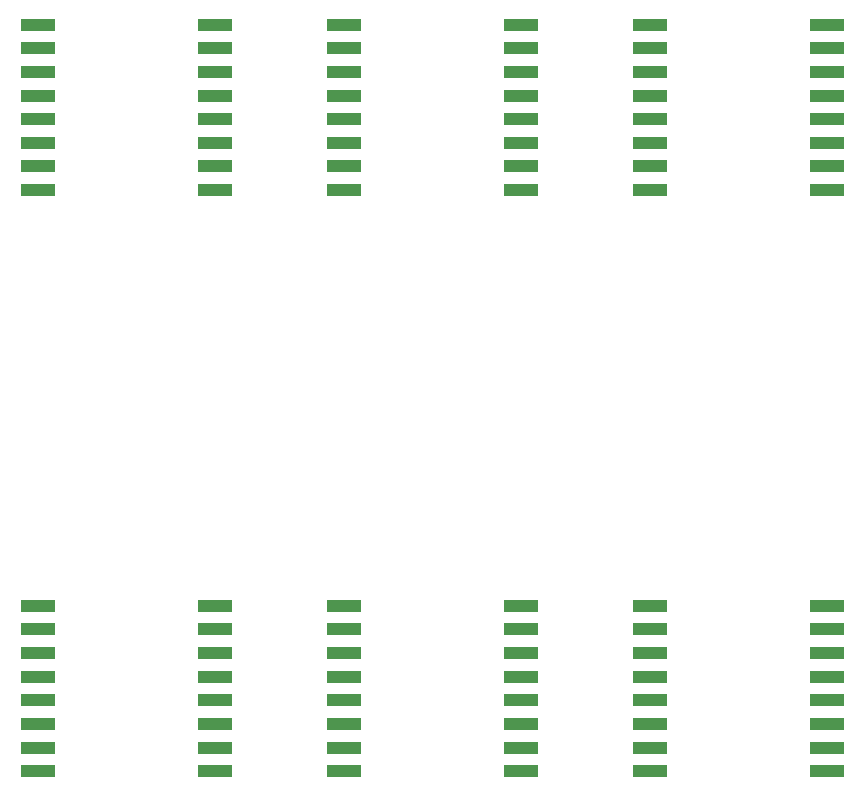
<source format=gbp>
G75*
%MOIN*%
%OFA0B0*%
%FSLAX25Y25*%
%IPPOS*%
%LPD*%
%AMOC8*
5,1,8,0,0,1.08239X$1,22.5*
%
%ADD10R,0.11811X0.03937*%
D10*
X0048894Y0131191D03*
X0048894Y0139065D03*
X0048894Y0146939D03*
X0048894Y0154813D03*
X0048894Y0162687D03*
X0048894Y0170561D03*
X0048894Y0178435D03*
X0048894Y0186309D03*
X0107949Y0186309D03*
X0107949Y0178435D03*
X0107949Y0170561D03*
X0107949Y0162687D03*
X0107949Y0154813D03*
X0107949Y0146939D03*
X0107949Y0139065D03*
X0107949Y0131191D03*
X0150815Y0131191D03*
X0150815Y0139065D03*
X0150815Y0146939D03*
X0150815Y0154813D03*
X0150815Y0162687D03*
X0150815Y0170561D03*
X0150815Y0178435D03*
X0150815Y0186309D03*
X0209870Y0186309D03*
X0209870Y0178435D03*
X0209870Y0170561D03*
X0209870Y0162687D03*
X0209870Y0154813D03*
X0209870Y0146939D03*
X0209870Y0139065D03*
X0209870Y0131191D03*
X0252736Y0131191D03*
X0252736Y0139065D03*
X0252736Y0146939D03*
X0252736Y0154813D03*
X0252736Y0162687D03*
X0252736Y0170561D03*
X0252736Y0178435D03*
X0252736Y0186309D03*
X0311791Y0186309D03*
X0311791Y0178435D03*
X0311791Y0170561D03*
X0311791Y0162687D03*
X0311791Y0154813D03*
X0311791Y0146939D03*
X0311791Y0139065D03*
X0311791Y0131191D03*
X0311791Y0324892D03*
X0311791Y0332766D03*
X0311791Y0340640D03*
X0311791Y0348514D03*
X0311791Y0356388D03*
X0311791Y0364262D03*
X0311791Y0372136D03*
X0311791Y0380010D03*
X0252736Y0380010D03*
X0252736Y0372136D03*
X0252736Y0364262D03*
X0252736Y0356388D03*
X0252736Y0348514D03*
X0252736Y0340640D03*
X0252736Y0332766D03*
X0252736Y0324892D03*
X0209870Y0324892D03*
X0209870Y0332766D03*
X0209870Y0340640D03*
X0209870Y0348514D03*
X0209870Y0356388D03*
X0209870Y0364262D03*
X0209870Y0372136D03*
X0209870Y0380010D03*
X0150815Y0380010D03*
X0150815Y0372136D03*
X0150815Y0364262D03*
X0150815Y0356388D03*
X0150815Y0348514D03*
X0150815Y0340640D03*
X0150815Y0332766D03*
X0150815Y0324892D03*
X0107949Y0324892D03*
X0107949Y0332766D03*
X0107949Y0340640D03*
X0107949Y0348514D03*
X0107949Y0356388D03*
X0107949Y0364262D03*
X0107949Y0372136D03*
X0107949Y0380010D03*
X0048894Y0380010D03*
X0048894Y0372136D03*
X0048894Y0364262D03*
X0048894Y0356388D03*
X0048894Y0348514D03*
X0048894Y0340640D03*
X0048894Y0332766D03*
X0048894Y0324892D03*
M02*

</source>
